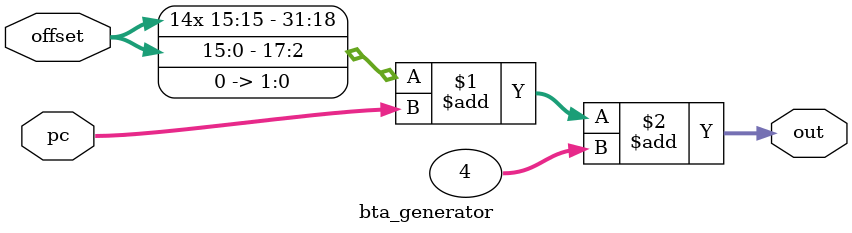
<source format=sv>
`timescale 1ns / 1ps


module bta_generator(
	input [31:0] pc,
	input [15:0] offset,
	output [31:0] out
    );
    
    assign out = {{14{offset[15]}}, offset, 2'b0} + pc + 32'd4;
    
endmodule

</source>
